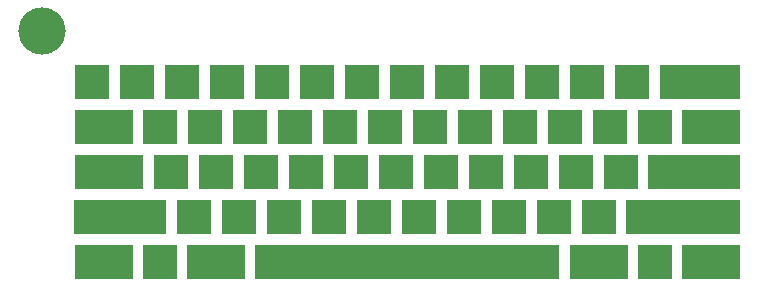
<source format=gbr>
G04 #@! TF.GenerationSoftware,KiCad,Pcbnew,(5.1.10-1-10_14)*
G04 #@! TF.CreationDate,2021-08-18T21:15:36-05:00*
G04 #@! TF.ProjectId,PCB-Keychains,5043422d-4b65-4796-9368-61696e732e6b,rev?*
G04 #@! TF.SameCoordinates,Original*
G04 #@! TF.FileFunction,Soldermask,Top*
G04 #@! TF.FilePolarity,Negative*
%FSLAX46Y46*%
G04 Gerber Fmt 4.6, Leading zero omitted, Abs format (unit mm)*
G04 Created by KiCad (PCBNEW (5.1.10-1-10_14)) date 2021-08-18 21:15:36*
%MOMM*%
%LPD*%
G01*
G04 APERTURE LIST*
%ADD10C,4.000000*%
%ADD11R,3.000000X3.000000*%
%ADD12R,4.905000X3.000000*%
%ADD13R,6.810000X3.000000*%
%ADD14R,5.857500X3.000000*%
%ADD15R,7.762500X3.000000*%
%ADD16R,9.667500X3.000000*%
%ADD17R,25.860000X3.000000*%
G04 APERTURE END LIST*
D10*
X34358750Y-40763750D03*
D11*
X86270000Y-60385000D03*
D12*
X81507500Y-60385000D03*
X91032500Y-60385000D03*
D11*
X66267500Y-56575000D03*
X62457500Y-56575000D03*
X73887500Y-56575000D03*
X58647500Y-56575000D03*
X70077500Y-56575000D03*
X77697500Y-56575000D03*
X54837500Y-56575000D03*
X51027500Y-56575000D03*
X81507500Y-56575000D03*
X47217500Y-56575000D03*
X52932500Y-52765000D03*
X83412500Y-52765000D03*
X45312500Y-52765000D03*
X75792500Y-52765000D03*
X60552500Y-52765000D03*
X68172500Y-52765000D03*
X79602500Y-52765000D03*
X71982500Y-52765000D03*
X49122500Y-52765000D03*
X64362500Y-52765000D03*
X56742500Y-52765000D03*
X82460000Y-48955000D03*
X86270000Y-48955000D03*
X67220000Y-48955000D03*
X78650000Y-48955000D03*
X71030000Y-48955000D03*
X74840000Y-48955000D03*
X44360000Y-48955000D03*
X55790000Y-48955000D03*
X59600000Y-48955000D03*
X63410000Y-48955000D03*
X51980000Y-48955000D03*
X48170000Y-48955000D03*
X69125000Y-45145000D03*
X80555000Y-45145000D03*
X84365000Y-45145000D03*
X76745000Y-45145000D03*
X72935000Y-45145000D03*
X53885000Y-45145000D03*
X65315000Y-45145000D03*
X61505000Y-45145000D03*
X57695000Y-45145000D03*
X46265000Y-45145000D03*
X50075000Y-45145000D03*
X38645000Y-45145000D03*
X42455000Y-45145000D03*
D13*
X90080000Y-45145000D03*
D12*
X39597500Y-48955000D03*
X91032500Y-48955000D03*
D14*
X40073750Y-52765000D03*
D15*
X89603750Y-52765000D03*
X41026250Y-56575000D03*
D16*
X88651250Y-56575000D03*
D12*
X39597500Y-60385000D03*
D11*
X44360000Y-60385000D03*
D12*
X49122500Y-60385000D03*
D17*
X65315000Y-60385000D03*
M02*

</source>
